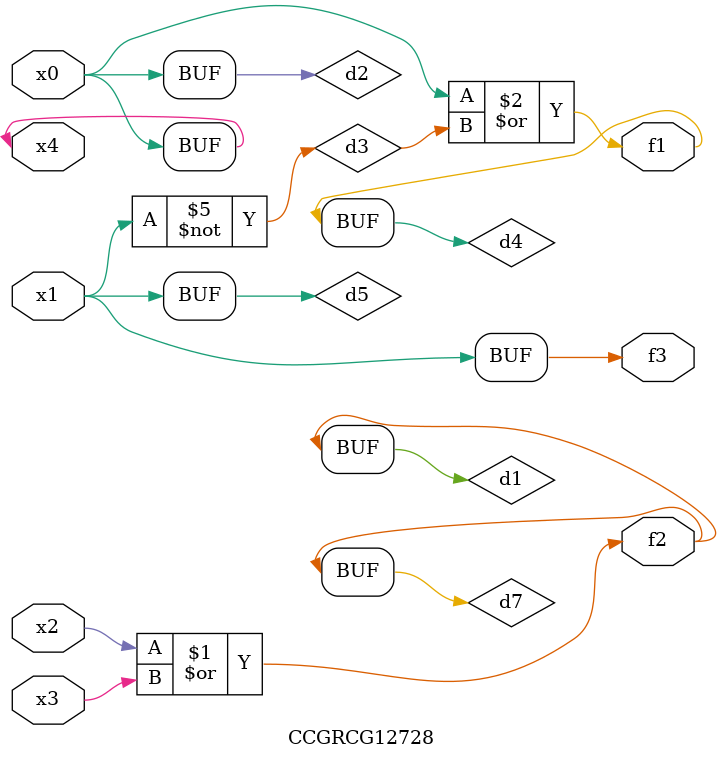
<source format=v>
module CCGRCG12728(
	input x0, x1, x2, x3, x4,
	output f1, f2, f3
);

	wire d1, d2, d3, d4, d5, d6, d7;

	or (d1, x2, x3);
	buf (d2, x0, x4);
	not (d3, x1);
	or (d4, d2, d3);
	not (d5, d3);
	nand (d6, d1, d3);
	or (d7, d1);
	assign f1 = d4;
	assign f2 = d7;
	assign f3 = d5;
endmodule

</source>
